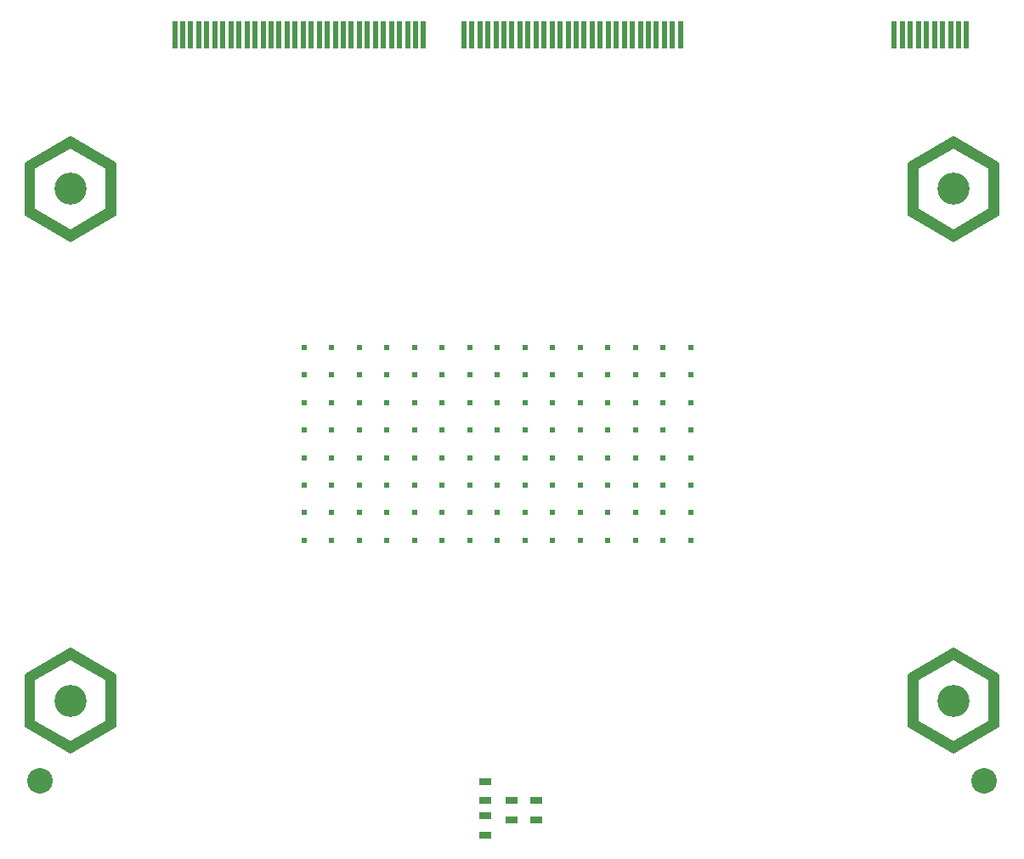
<source format=gbr>
G04 #@! TF.FileFunction,Soldermask,Bot*
%FSLAX46Y46*%
G04 Gerber Fmt 4.6, Leading zero omitted, Abs format (unit mm)*
G04 Created by KiCad (PCBNEW 4.0.1-stable) date 11/11/2016 12:06:41 PM*
%MOMM*%
G01*
G04 APERTURE LIST*
%ADD10C,0.100000*%
%ADD11C,0.150000*%
%ADD12C,1.000000*%
%ADD13R,0.500000X2.800000*%
%ADD14R,1.300000X0.700000*%
%ADD15C,2.540000*%
%ADD16C,3.200000*%
%ADD17C,0.604800*%
G04 APERTURE END LIST*
D10*
D11*
X139500000Y-71402000D02*
X139500000Y-76598000D01*
X148500000Y-71402000D02*
X148500000Y-76598000D01*
X144000000Y-68804000D02*
X148500000Y-71402000D01*
X139500000Y-71402000D02*
X144000000Y-68804000D01*
X144000000Y-79196000D02*
X139500000Y-76598000D01*
X148500000Y-76598000D02*
X144000000Y-79196000D01*
D12*
X140000000Y-71700000D02*
X144000000Y-69400000D01*
X140000000Y-76300000D02*
X140000000Y-71700000D01*
X144000000Y-78600000D02*
X140000000Y-76300000D01*
X148000000Y-76300000D02*
X144000000Y-78600000D01*
X148000000Y-71700000D02*
X148000000Y-76300000D01*
X144000000Y-69400000D02*
X148000000Y-71700000D01*
D11*
X139500000Y-122402000D02*
X139500000Y-127598000D01*
X148500000Y-122402000D02*
X148500000Y-127598000D01*
X144000000Y-119804000D02*
X148500000Y-122402000D01*
X139500000Y-122402000D02*
X144000000Y-119804000D01*
X144000000Y-130196000D02*
X139500000Y-127598000D01*
X148500000Y-127598000D02*
X144000000Y-130196000D01*
D12*
X140000000Y-122700000D02*
X144000000Y-120400000D01*
X140000000Y-127300000D02*
X140000000Y-122700000D01*
X144000000Y-129600000D02*
X140000000Y-127300000D01*
X148000000Y-127300000D02*
X144000000Y-129600000D01*
X148000000Y-122700000D02*
X148000000Y-127300000D01*
X144000000Y-120400000D02*
X148000000Y-122700000D01*
D11*
X51500000Y-122402000D02*
X51500000Y-127598000D01*
X60500000Y-122402000D02*
X60500000Y-127598000D01*
X56000000Y-119804000D02*
X60500000Y-122402000D01*
X51500000Y-122402000D02*
X56000000Y-119804000D01*
X56000000Y-130196000D02*
X51500000Y-127598000D01*
X60500000Y-127598000D02*
X56000000Y-130196000D01*
D12*
X52000000Y-122700000D02*
X56000000Y-120400000D01*
X52000000Y-127300000D02*
X52000000Y-122700000D01*
X56000000Y-129600000D02*
X52000000Y-127300000D01*
X60000000Y-127300000D02*
X56000000Y-129600000D01*
X60000000Y-122700000D02*
X60000000Y-127300000D01*
X56000000Y-120400000D02*
X60000000Y-122700000D01*
D11*
X51500000Y-71402000D02*
X51500000Y-76598000D01*
X60500000Y-71402000D02*
X60500000Y-76598000D01*
X56000000Y-68804000D02*
X60500000Y-71402000D01*
X51500000Y-71402000D02*
X56000000Y-68804000D01*
X56000000Y-79196000D02*
X51500000Y-76598000D01*
X60500000Y-76598000D02*
X56000000Y-79196000D01*
D12*
X52000000Y-71700000D02*
X56000000Y-69400000D01*
X52000000Y-76300000D02*
X52000000Y-71700000D01*
X56000000Y-78600000D02*
X52000000Y-76300000D01*
X60000000Y-76300000D02*
X56000000Y-78600000D01*
X60000000Y-71700000D02*
X60000000Y-76300000D01*
X56000000Y-69400000D02*
X60000000Y-71700000D01*
D13*
X116800000Y-58625000D03*
X115200000Y-58625000D03*
X116000000Y-58625000D03*
X114400000Y-58625000D03*
X95200000Y-58625000D03*
X96000000Y-58625000D03*
X91200000Y-58625000D03*
X100000000Y-58625000D03*
X100800000Y-58625000D03*
X102400000Y-58625000D03*
X101600000Y-58625000D03*
X98400000Y-58625000D03*
X99200000Y-58625000D03*
X97600000Y-58625000D03*
X96800000Y-58625000D03*
X109600000Y-58625000D03*
X110400000Y-58625000D03*
X112000000Y-58625000D03*
X111200000Y-58625000D03*
X113600000Y-58625000D03*
X112800000Y-58625000D03*
X106400000Y-58625000D03*
X107200000Y-58625000D03*
X108800000Y-58625000D03*
X108000000Y-58625000D03*
X104800000Y-58625000D03*
X105600000Y-58625000D03*
X104000000Y-58625000D03*
X103200000Y-58625000D03*
X80000000Y-58625000D03*
X80800000Y-58625000D03*
X82400000Y-58625000D03*
X81600000Y-58625000D03*
X84800000Y-58625000D03*
X85600000Y-58625000D03*
X84000000Y-58625000D03*
X83200000Y-58625000D03*
X89600000Y-58625000D03*
X90400000Y-58625000D03*
X88000000Y-58625000D03*
X88800000Y-58625000D03*
X87200000Y-58625000D03*
X86400000Y-58625000D03*
X73600000Y-58625000D03*
X74400000Y-58625000D03*
X76000000Y-58625000D03*
X75200000Y-58625000D03*
X78400000Y-58625000D03*
X79200000Y-58625000D03*
X77600000Y-58625000D03*
X76800000Y-58625000D03*
X70400000Y-58625000D03*
X71200000Y-58625000D03*
X72800000Y-58625000D03*
X72000000Y-58625000D03*
X68800000Y-58625000D03*
X69600000Y-58625000D03*
X68000000Y-58625000D03*
X66400000Y-58625000D03*
X67200000Y-58625000D03*
D14*
X102410000Y-136867000D03*
X102410000Y-134967000D03*
X99997000Y-134967000D03*
X99997000Y-136867000D03*
X97330000Y-136491000D03*
X97330000Y-138391000D03*
X97330000Y-133062000D03*
X97330000Y-134962000D03*
D15*
X147000000Y-133000000D03*
X53000000Y-133000000D03*
D16*
X144000000Y-74000000D03*
X144000000Y-125000000D03*
X56000000Y-125000000D03*
X56000000Y-74000000D03*
D17*
X79300000Y-109025000D03*
X79300000Y-106275000D03*
X79300000Y-103525000D03*
X79300000Y-100775000D03*
X79300000Y-98025000D03*
X79300000Y-95275000D03*
X79300000Y-92525000D03*
X79300000Y-89775000D03*
X82050000Y-109025000D03*
X82050000Y-106275000D03*
X82050000Y-103525000D03*
X82050000Y-100775000D03*
X82050000Y-98025000D03*
X82050000Y-95275000D03*
X82050000Y-92525000D03*
X82050000Y-89775000D03*
X84800000Y-109025000D03*
X84800000Y-106275000D03*
X84800000Y-103525000D03*
X84800000Y-100775000D03*
X84800000Y-98025000D03*
X84800000Y-95275000D03*
X84800000Y-92525000D03*
X84800000Y-89775000D03*
X87550000Y-109025000D03*
X87550000Y-106275000D03*
X87550000Y-103525000D03*
X87550000Y-100775000D03*
X87550000Y-98025000D03*
X87550000Y-95275000D03*
X87550000Y-92525000D03*
X87550000Y-89775000D03*
X90300000Y-109025000D03*
X90300000Y-106275000D03*
X90300000Y-103525000D03*
X90300000Y-100775000D03*
X90300000Y-98025000D03*
X90300000Y-95275000D03*
X90300000Y-92525000D03*
X90300000Y-89775000D03*
X93050000Y-109025000D03*
X93050000Y-106275000D03*
X93050000Y-103525000D03*
X93050000Y-100775000D03*
X93050000Y-98025000D03*
X93050000Y-95275000D03*
X93050000Y-92525000D03*
X93050000Y-89775000D03*
X95800000Y-109025000D03*
X95800000Y-106275000D03*
X95800000Y-103525000D03*
X95800000Y-100775000D03*
X95800000Y-98025000D03*
X95800000Y-95275000D03*
X95800000Y-92525000D03*
X95800000Y-89775000D03*
X98550000Y-109025000D03*
X98550000Y-106275000D03*
X98550000Y-103525000D03*
X98550000Y-100775000D03*
X98550000Y-98025000D03*
X98550000Y-95275000D03*
X98550000Y-92525000D03*
X98550000Y-89775000D03*
X101300000Y-109025000D03*
X101300000Y-106275000D03*
X101300000Y-103525000D03*
X101300000Y-100775000D03*
X101300000Y-98025000D03*
X101300000Y-95275000D03*
X101300000Y-92525000D03*
X101300000Y-89775000D03*
X104050000Y-109025000D03*
X104050000Y-106275000D03*
X104050000Y-103525000D03*
X104050000Y-100775000D03*
X104050000Y-98025000D03*
X104050000Y-95275000D03*
X104050000Y-92525000D03*
X104050000Y-89775000D03*
X106800000Y-109025000D03*
X106800000Y-106275000D03*
X106800000Y-103525000D03*
X106800000Y-100775000D03*
X106800000Y-98025000D03*
X106800000Y-95275000D03*
X106800000Y-92525000D03*
X106800000Y-89775000D03*
X109550000Y-109025000D03*
X109550000Y-106275000D03*
X109550000Y-103525000D03*
X109550000Y-100775000D03*
X109550000Y-98025000D03*
X109550000Y-95275000D03*
X109550000Y-92525000D03*
X109550000Y-89775000D03*
X112300000Y-109025000D03*
X112300000Y-106275000D03*
X112300000Y-103525000D03*
X112300000Y-100775000D03*
X112300000Y-98025000D03*
X112300000Y-95275000D03*
X112300000Y-92525000D03*
X112300000Y-89775000D03*
X115050000Y-109025000D03*
X115050000Y-106275000D03*
X115050000Y-103525000D03*
X115050000Y-100775000D03*
X115050000Y-98025000D03*
X115050000Y-95275000D03*
X115050000Y-92525000D03*
X115050000Y-89775000D03*
X117800000Y-109025000D03*
X117800000Y-106275000D03*
X117800000Y-103525000D03*
X117800000Y-100775000D03*
X117800000Y-98025000D03*
X117800000Y-95275000D03*
X117800000Y-92525000D03*
X117800000Y-89775000D03*
D13*
X145300000Y-58625000D03*
X142100000Y-58625000D03*
X142900000Y-58625000D03*
X144500000Y-58625000D03*
X143700000Y-58625000D03*
X140500000Y-58625000D03*
X141300000Y-58625000D03*
X139700000Y-58625000D03*
X138100000Y-58625000D03*
X138900000Y-58625000D03*
M02*

</source>
